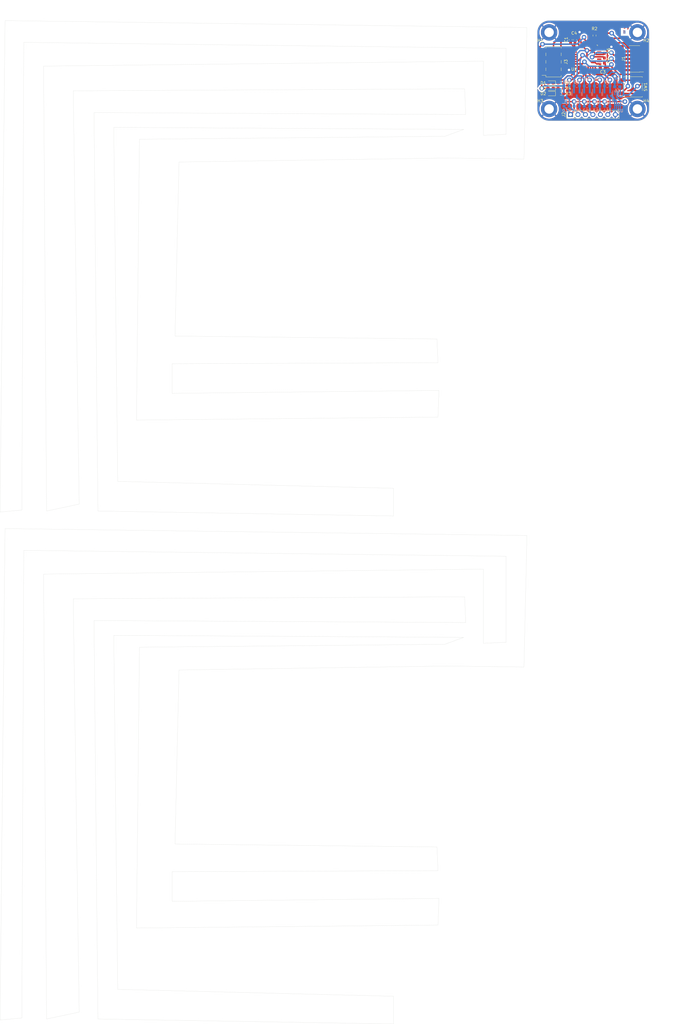
<source format=kicad_pcb>
(kicad_pcb (version 20221018) (generator pcbnew)
  (layers (0 "F.Cu" signal) (31 "B.Cu" signal) (34 "B.Paste" user) (35 "F.Paste" user) (36 "B.SilkS" user "B.Silkscreen") (37 "F.SilkS" user "F.Silkscreen") (38 "B.Mask" user) (39 "F.Mask" user) (44 "Edge.Cuts" user))
  (net 0 "")
  (net 1 "+5V-v2-")
  (net 2 "GND-v2-")
  (net 3 "+3.3V-v2-")
  (net 4 "Net-(D1-K)-v2-")
  (net 6 "Net-(D3-K)-v2-")
  (net 7 "Status_LED-v2-")
  (net 8 "Data_Clock_SNES-v2-")
  (net 9 "Data_Latch_SNES-v2-")
  (net 10 "Net-(D2-K)-v2-")
  (net 11 "Serial_Data1_SNES-v2-")
  (net 12 "Serial_Data2_SNES-v2-")
  (net 13 "SPI_Chip_Select-v2-")
  (net 14 "Chip_Enable-v2-")
  (net 15 "SPI_Digital_Input-v2-")
  (net 16 "SPI_Clock-v2-")
  (net 17 "SPI_Digital_Output-v2-")
  (net 18 "IOBit_SNES-v2-")
  (net 19 "Data_Clock_STM32-v2-")
  (net 20 "Data_Latch_STM32-v2-")
  (net 21 "Appairing_Btn-v2-")
  (net 22 "Net-(U2-BP)-v2-")
  (net 23 "SWDIO-v2-")
  (net 24 "SWDCK-v2-")
  (net 27 "NRST-v2-")
  (net 28 "USART2_RX-v2-")
  (net 29 "USART2_TX-v2-")
  (net 30 "Serial_Data1_STM32-v2-")
  (net 31 "IOBit_STM32-v2-")
  (net 32 "Serial_Data2_STM32-v2-")
  (footprint "MountingHole:MountingHole_3.2mm_M3_DIN965_Pad" (layer "F.Cu") (at 187.75 31.25)
    (fp_text reference "H3")
    (fp_text value "MountingHole_Pad")
  )
  (footprint "Connector_PinHeader_2.54mm:PinHeader_1x07_P2.54mm_Vertical" (layer "F.Cu") (at 195 33.15 90)
    (fp_text reference "J2")
    (fp_text value "Conn_01x07_Socket")
  )
  (footprint "Diode_SMD:D_0603_1608Metric_Pad1.05x0.95mm_HandSolder" (layer "F.Cu") (at 188.26875 26.05 180)
    (fp_text reference "D2")
    (fp_text value "LED_Small")
  )
  (footprint "Connector_PinHeader_1.27mm:PinHeader_2x07_P1.27mm_Vertical_SMD" (layer "F.Cu") (at 216.75 14.25 180)
    (fp_text reference "J1")
    (fp_text value "Conn_02x07_Odd_Even")
  )
  (footprint "Diode_SMD:D_0603_1608Metric_Pad1.05x0.95mm_HandSolder" (layer "F.Cu") (at 188.26875 24.25 180)
    (fp_text reference "D3")
    (fp_text value "LED")
  )
  (footprint "Resistor_SMD:R_0603_1608Metric_Pad0.98x0.95mm_HandSolder" (layer "F.Cu") (at 203.17 6.32 90)
    (fp_text reference "R2")
    (fp_text value "10k")
  )
  (footprint "Capacitor_SMD:C_0603_1608Metric_Pad1.08x0.95mm_HandSolder" (layer "F.Cu") (at 206.0025 17.19)
    (fp_text reference "C3")
    (fp_text value "100n")
  )
  (footprint "Connector_PinSocket_2.54mm:PinSocket_2x04_P2.54mm_Vertical_SMD" (layer "F.Cu") (at 189.25 15.25 180)
    (fp_text reference "J3")
    (fp_text value "Conn_01x08_Socket")
  )
  (footprint "Capacitor_SMD:C_0603_1608Metric_Pad1.08x0.95mm_HandSolder" (layer "F.Cu") (at 195.05 7.75 90)
    (fp_text reference "C1")
    (fp_text value "10u")
  )
  (footprint "Capacitor_SMD:C_0603_1608Metric_Pad1.08x0.95mm_HandSolder" (layer "F.Cu") (at 196.55 7.75 90)
    (fp_text reference "C4")
    (fp_text value "100n")
  )
  (footprint "Package_QFP:LQFP-32_7x7mm_P0.8mm" (layer "F.Cu") (at 200.6 13.15 180)
    (fp_text reference "U1")
    (fp_text value "STM32L412KBTx")
  )
  (footprint "MountingHole:MountingHole_3.2mm_M3_DIN965_Pad" (layer "F.Cu") (at 187.75 5.25)
    (fp_text reference "H1")
    (fp_text value "MountingHole_Pad")
  )
  (footprint "Button_Switch_SMD:SW_SPST_B3S-1000" (layer "F.Cu") (at 216.25 23.75 180)
    (fp_text reference "SW1")
    (fp_text value "SW_SPST")
  )
  (footprint "Diode_SMD:D_0603_1608Metric_Pad1.05x0.95mm_HandSolder" (layer "F.Cu") (at 188.26875 22.45 180)
    (fp_text reference "D1")
    (fp_text value "LED_Small")
  )
  (footprint "Resistor_SMD:R_0603_1608Metric_Pad0.98x0.95mm_HandSolder" (layer "F.Cu") (at 191.76875 22.45)
    (fp_text reference "R1")
    (fp_text value "1k")
  )
  (footprint "Capacitor_SMD:C_0603_1608Metric_Pad1.08x0.95mm_HandSolder" (layer "F.Cu") (at 206.51 14.8025 90)
    (fp_text reference "C2")
    (fp_text value "100n")
  )
  (footprint "MountingHole:MountingHole_3.2mm_M3_DIN965_Pad" (layer "F.Cu") (at 217.75 5.25)
    (fp_text reference "H2")
    (fp_text value "MountingHole_Pad")
  )
  (footprint "Capacitor_SMD:C_0603_1608Metric_Pad1.08x0.95mm_HandSolder" (layer "F.Cu") (at 206.51 11.5 90)
    (fp_text reference "C5")
    (fp_text value "100n")
  )
  (footprint "Resistor_SMD:R_0603_1608Metric_Pad0.98x0.95mm_HandSolder" (layer "F.Cu") (at 191.76875 26.05)
    (fp_text reference "R3")
    (fp_text value "1k")
  )
  (footprint "Resistor_SMD:R_0603_1608Metric_Pad0.98x0.95mm_HandSolder" (layer "F.Cu") (at 191.76875 24.25)
    (fp_text reference "R4")
    (fp_text value "1k")
  )
  (footprint "MountingHole:MountingHole_3.2mm_M3_DIN965_Pad" (layer "F.Cu") (at 217.75 31.25)
    (fp_text reference "H4")
    (fp_text value "MountingHole_Pad")
  )
  (footprint "Resistor_SMD:R_0603_1608Metric_Pad0.98x0.95mm_HandSolder" (layer "B.Cu") (at 200.6 30.35)
    (fp_text reference "R12")
    (fp_text value "10k")
  )
  (footprint "Resistor_SMD:R_0603_1608Metric_Pad0.98x0.95mm_HandSolder" (layer "B.Cu") (at 193.7 30.35)
    (fp_text reference "R10")
    (fp_text value "10k")
  )
  (footprint "Resistor_SMD:R_0603_1608Metric_Pad0.98x0.95mm_HandSolder" (layer "B.Cu") (at 200.6 23.45)
    (fp_text reference "R7")
    (fp_text value "10k")
  )
  (footprint "Resistor_SMD:R_0603_1608Metric_Pad0.98x0.95mm_HandSolder" (layer "B.Cu") (at 207.5 30.35)
    (fp_text reference "R14")
    (fp_text value "10k")
  )
  (footprint "Resistor_SMD:R_0603_1608Metric_Pad0.98x0.95mm_HandSolder" (layer "B.Cu") (at 204.05 30.35)
    (fp_text reference "R13")
    (fp_text value "10k")
  )
  (footprint "Capacitor_SMD:C_0603_1608Metric_Pad1.08x0.95mm_HandSolder" (layer "B.Cu") (at 210.9 22.2 180)
    (fp_text reference "C7")
    (fp_text value "2.2u")
  )
  (footprint "Package_TO_SOT_SMD:SOT-23" (layer "B.Cu") (at 193.7 26.15 -90)
    (fp_text reference "Q1")
    (fp_text value "2N7002")
  )
  (footprint "Resistor_SMD:R_0603_1608Metric_Pad0.98x0.95mm_HandSolder" (layer "B.Cu") (at 197.15 30.35)
    (fp_text reference "R11")
    (fp_text value "10k")
  )
  (footprint "Package_TO_SOT_SMD:SOT-23" (layer "B.Cu") (at 197.15 26.15 -90)
    (fp_text reference "Q2")
    (fp_text value "2N7002")
  )
  (footprint "Resistor_SMD:R_0603_1608Metric_Pad0.98x0.95mm_HandSolder" (layer "B.Cu") (at 207.5 23.45)
    (fp_text reference "R9")
    (fp_text value "10k")
  )
  (footprint "Capacitor_SMD:C_0603_1608Metric_Pad1.08x0.95mm_HandSolder" (layer "B.Cu") (at 210.9 23.7 180)
    (fp_text reference "C6")
    (fp_text value "470p")
  )
  (footprint "Package_TO_SOT_SMD:SOT-23" (layer "B.Cu") (at 200.6 26.15 -90)
    (fp_text reference "Q3")
    (fp_text value "2N7002")
  )
  (footprint "Resistor_SMD:R_0603_1608Metric_Pad0.98x0.95mm_HandSolder" (layer "B.Cu") (at 204.05 23.45)
    (fp_text reference "R8")
    (fp_text value "10k")
  )
  (footprint "Package_TO_SOT_SMD:SOT-23" (layer "B.Cu") (at 207.5 26.15 -90)
    (fp_text reference "Q5")
    (fp_text value "2N7002")
  )
  (footprint "Resistor_SMD:R_0603_1608Metric_Pad0.98x0.95mm_HandSolder" (layer "B.Cu") (at 197.15 23.45)
    (fp_text reference "R6")
    (fp_text value "10k")
  )
  (footprint "Resistor_SMD:R_0603_1608Metric_Pad0.98x0.95mm_HandSolder" (layer "B.Cu") (at 193.7 23.45)
    (fp_text reference "R5")
    (fp_text value "10k")
  )
  (footprint "Package_SO:MSOP-8_3x3mm_P0.65mm" (layer "B.Cu") (at 211.0125 27.9 -90)
    (fp_text reference "U2")
    (fp_text value "MIC5219-3.3YMM")
  )
  (footprint "Package_TO_SOT_SMD:SOT-23" (layer "B.Cu") (at 204.05 26.15 -90)
    (fp_text reference "Q4")
    (fp_text value "2N7002")
  )
  (gr_arc (start 187.75 35.25) (mid 184.921573 34.078427) (end 183.75 31.25) (stroke (width 0.1)) (layer "Edge.Cuts"))
  (gr_line (start 1.249937 340.62989) (end 8.639937 339.94989) (stroke (width 0.05)) (layer "Edge.Cuts"))
  (gr_line (start 134.889937 332.56989) (end 41.209937 330.21989) (stroke (width 0.05)) (layer "Edge.Cuts"))
  (gr_line (start 173.159937 183.14989) (end 173.159937 212.35989) (stroke (width 0.05)) (layer "Edge.Cuts"))
  (gr_line (start 180.219937 176.09989) (end 2.929937 173.74989) (stroke (width 0.05)) (layer "Edge.Cuts"))
  (gr_line (start 134.889937 341.96989) (end 134.889937 332.56989) (stroke (width 0.05)) (layer "Edge.Cuts"))
  (gr_line (start 16.029937 189.19989) (end 17.039937 340.28989) (stroke (width 0.05)) (layer "Edge.Cuts"))
  (gr_line (start 17.039937 167.78989) (end 28.119937 165.43989) (stroke (width 0.05)) (layer "Edge.Cuts"))
  (gr_line (start 47.589937 309.39989) (end 149.999937 308.38989) (stroke (width 0.05)) (layer "Edge.Cuts"))
  (gr_line (start 33.149937 204.97989) (end 34.489937 340.28989) (stroke (width 0.05)) (layer "Edge.Cuts"))
  (gr_line (start 28.119937 337.93989) (end 26.099937 197.58989) (stroke (width 0.05)) (layer "Edge.Cuts"))
  (gr_line (start 179.209937 48.25989) (end 180.219937 3.59989) (stroke (width 0.05)) (layer "Edge.Cuts"))
  (gr_line (start 59.679937 117.75989) (end 149.999937 117.42989) (stroke (width 0.05)) (layer "Edge.Cuts"))
  (gr_line (start 221.75 5.25) (end 221.75 31.25) (stroke (width 0.1)) (layer "Edge.Cuts"))
  (gr_line (start 47.589937 136.89989) (end 149.999937 135.88989) (stroke (width 0.05)) (layer "Edge.Cuts"))
  (gr_line (start 62.029937 221.76989) (end 153.019937 220.41989) (stroke (width 0.05)) (layer "Edge.Cuts"))
  (gr_line (start 159.059937 24.41989) (end 159.399937 33.14989) (stroke (width 0.05)) (layer "Edge.Cuts"))
  (gr_line (start 60.679937 108.35989) (end 62.029937 49.26989) (stroke (width 0.05)) (layer "Edge.Cuts"))
  (gr_line (start 8.639937 167.44989) (end 9.309937 8.63989) (stroke (width 0.05)) (layer "Edge.Cuts"))
  (gr_line (start 159.399937 205.64989) (end 33.149937 204.97989) (stroke (width 0.05)) (layer "Edge.Cuts"))
  (gr_line (start 165.439937 15.01989) (end 16.029937 16.69989) (stroke (width 0.05)) (layer "Edge.Cuts"))
  (gr_arc (start 183.75 5.25) (mid 184.921573 2.421573) (end 187.75 1.25) (stroke (width 0.1)) (layer "Edge.Cuts"))
  (gr_line (start 134.889937 169.46989) (end 134.889937 160.06989) (stroke (width 0.05)) (layer "Edge.Cuts"))
  (gr_line (start 60.679937 280.85989) (end 62.029937 221.76989) (stroke (width 0.05)) (layer "Edge.Cuts"))
  (gr_line (start 59.679937 290.25989) (end 149.999937 289.92989) (stroke (width 0.05)) (layer "Edge.Cuts"))
  (gr_line (start 59.679937 300.32989) (end 59.679937 290.25989) (stroke (width 0.05)) (layer "Edge.Cuts"))
  (gr_line (start 152.349937 40.53989) (end 48.599937 41.53989) (stroke (width 0.05)) (layer "Edge.Cuts"))
  (gr_line (start 183.75 31.25) (end 183.75 5.25) (stroke (width 0.1)) (layer "Edge.Cuts"))
  (gr_line (start 158.729937 210.68989) (end 152.349937 213.03989) (stroke (width 0.05)) (layer "Edge.Cuts"))
  (gr_line (start 28.119937 165.43989) (end 26.099937 25.08989) (stroke (width 0.05)) (layer "Edge.Cuts"))
  (gr_line (start 149.999937 117.42989) (end 149.659937 109.36989) (stroke (width 0.05)) (layer "Edge.Cuts"))
  (gr_line (start 48.599937 41.53989) (end 47.589937 136.89989) (stroke (width 0.05)) (layer "Edge.Cuts"))
  (gr_line (start 62.029937 49.26989) (end 153.019937 47.91989) (stroke (width 0.05)) (layer "Edge.Cuts"))
  (gr_line (start 59.679937 127.82989) (end 59.679937 117.75989) (stroke (width 0.05)) (layer "Edge.Cuts"))
  (gr_line (start 26.099937 197.58989) (end 159.059937 196.91989) (stroke (width 0.05)) (layer "Edge.Cuts"))
  (gr_line (start 16.029937 16.69989) (end 17.039937 167.78989) (stroke (width 0.05)) (layer "Edge.Cuts"))
  (gr_line (start 149.999937 135.88989) (end 150.329937 126.82989) (stroke (width 0.05)) (layer "Edge.Cuts"))
  (gr_line (start 180.219937 3.59989) (end 2.929937 1.24989) (stroke (width 0.05)) (layer "Edge.Cuts"))
  (gr_line (start 187.75 1.25) (end 217.75 1.25) (stroke (width 0.1)) (layer "Edge.Cuts"))
  (gr_line (start 159.059937 196.91989) (end 159.399937 205.64989) (stroke (width 0.05)) (layer "Edge.Cuts"))
  (gr_line (start 17.039937 340.28989) (end 28.119937 337.93989) (stroke (width 0.05)) (layer "Edge.Cuts"))
  (gr_line (start 165.439937 40.19989) (end 165.439937 15.01989) (stroke (width 0.05)) (layer "Edge.Cuts"))
  (gr_line (start 33.149937 32.47989) (end 34.489937 167.78989) (stroke (width 0.05)) (layer "Edge.Cuts"))
  (gr_line (start 150.329937 126.82989) (end 59.679937 127.82989) (stroke (width 0.05)) (layer "Edge.Cuts"))
  (gr_line (start 153.019937 47.91989) (end 179.209937 48.25989) (stroke (width 0.05)) (layer "Edge.Cuts"))
  (gr_line (start 153.019937 220.41989) (end 179.209937 220.75989) (stroke (width 0.05)) (layer "Edge.Cuts"))
  (gr_line (start 158.729937 38.18989) (end 152.349937 40.53989) (stroke (width 0.05)) (layer "Edge.Cuts"))
  (gr_line (start 150.329937 299.32989) (end 59.679937 300.32989) (stroke (width 0.05)) (layer "Edge.Cuts"))
  (gr_line (start 159.399937 33.14989) (end 33.149937 32.47989) (stroke (width 0.05)) (layer "Edge.Cuts"))
  (gr_line (start 173.159937 212.35989) (end 165.439937 212.69989) (stroke (width 0.05)) (layer "Edge.Cuts"))
  (gr_line (start 8.639937 339.94989) (end 9.309937 181.13989) (stroke (width 0.05)) (layer "Edge.Cuts"))
  (gr_line (start 9.309937 8.63989) (end 173.159937 10.64989) (stroke (width 0.05)) (layer "Edge.Cuts"))
  (gr_line (start 41.209937 330.21989) (end 39.869937 210.00989) (stroke (width 0.05)) (layer "Edge.Cuts"))
  (gr_line (start 39.869937 37.50989) (end 158.729937 38.18989) (stroke (width 0.05)) (layer "Edge.Cuts"))
  (gr_line (start 149.999937 289.92989) (end 149.659937 281.86989) (stroke (width 0.05)) (layer "Edge.Cuts"))
  (gr_line (start 149.659937 281.86989) (end 60.679937 280.85989) (stroke (width 0.05)) (layer "Edge.Cuts"))
  (gr_line (start 34.489937 167.78989) (end 134.889937 169.46989) (stroke (width 0.05)) (layer "Edge.Cuts"))
  (gr_line (start 173.159937 10.64989) (end 173.159937 39.85989) (stroke (width 0.05)) (layer "Edge.Cuts"))
  (gr_line (start 134.889937 160.06989) (end 41.209937 157.71989) (stroke (width 0.05)) (layer "Edge.Cuts"))
  (gr_line (start 1.249937 168.12989) (end 8.639937 167.44989) (stroke (width 0.05)) (layer "Edge.Cuts"))
  (gr_line (start 41.209937 157.71989) (end 39.869937 37.50989) (stroke (width 0.05)) (layer "Edge.Cuts"))
  (gr_line (start 217.75 35.25) (end 187.75 35.25) (stroke (width 0.1)) (layer "Edge.Cuts"))
  (gr_arc (start 217.75 1.25) (mid 220.578427 2.421573) (end 221.75 5.25) (stroke (width 0.1)) (layer "Edge.Cuts"))
  (gr_line (start 26.099937 25.08989) (end 159.059937 24.41989) (stroke (width 0.05)) (layer "Edge.Cuts"))
  (gr_line (start 34.489937 340.28989) (end 134.889937 341.96989) (stroke (width 0.05)) (layer "Edge.Cuts"))
  (gr_line (start 39.869937 210.00989) (end 158.729937 210.68989) (stroke (width 0.05)) (layer "Edge.Cuts"))
  (gr_line (start 173.159937 39.85989) (end 165.439937 40.19989) (stroke (width 0.05)) (layer "Edge.Cuts"))
  (gr_line (start 165.439937 187.51989) (end 16.029937 189.19989) (stroke (width 0.05)) (layer "Edge.Cuts"))
  (gr_line (start 149.659937 109.36989) (end 60.679937 108.35989) (stroke (width 0.05)) (layer "Edge.Cuts"))
  (gr_line (start 149.999937 308.38989) (end 150.329937 299.32989) (stroke (width 0.05)) (layer "Edge.Cuts"))
  (gr_arc (start 221.75 31.25) (mid 220.578427 34.078427) (end 217.75 35.25) (stroke (width 0.1)) (layer "Edge.Cuts"))
  (gr_line (start 9.309937 181.13989) (end 173.159937 183.14989) (stroke (width 0.05)) (layer "Edge.Cuts"))
  (gr_line (start 2.929937 1.24989) (end 1.249937 168.12989) (stroke (width 0.05)) (layer "Edge.Cuts"))
  (gr_line (start 2.929937 173.74989) (end 1.249937 340.62989) (stroke (width 0.05)) (layer "Edge.Cuts"))
  (gr_line (start 48.599937 214.03989) (end 47.589937 309.39989) (stroke (width 0.05)) (layer "Edge.Cuts"))
  (gr_line (start 165.439937 212.69989) (end 165.439937 187.51989) (stroke (width 0.05)) (layer "Edge.Cuts"))
  (gr_line (start 179.209937 220.75989) (end 180.219937 176.09989) (stroke (width 0.05)) (layer "Edge.Cuts"))
  (gr_line (start 152.349937 213.03989) (end 48.599937 214.03989) (stroke (width 0.05)) (layer "Edge.Cuts"))
  (gr_text "SNES Plug" (at 205.75 3.75) (layer "F.Cu") (effects (font (size 1 1)) (justify left bottom)))
  (gr_text "T" (at 212.75 5.75) (layer "F.Cu") (effects (font (size 1 1)) (justify left bottom)))
  (gr_text "B" (at 212.75 5.75) (layer "B.Cu") (effects (font (size 1 1)) (justify left bottom)))
  (segment (start 191.5 28.75) (end 196.2375 28.75) (width 0.5) (layer "F.Cu") (net 1))
  (segment (start 206.5875 28.75) (end 213.5 28.75) (width 0.5) (layer "F.Cu") (net 1))
  (segment (start 196.2375 31.9125) (end 195 33.15) (width 0.5) (layer "F.Cu") (net 1))
  (segment (start 203.1375 28.75) (end 206.5875 28.75) (width 0.5) (layer "F.Cu") (net 1))
  (segment (start 188.809189 27.5) (end 190.25 27.5) (width 0.5) (layer "F.Cu") (net 1))
  (segment (start 190.25 27.5) (end 191.5 28.75) (width 0.5) (layer "F.Cu") (net 1))
  (segment (start 196.2375 28.75) (end 196.2375 31.9125) (width 0.5) (layer "F.Cu") (net 1))
  (segment (start 203.1375 28.75) (end 199.6875 28.75) (width 0.5) (layer "F.Cu") (net 1))
  (segment (start 187.39375 26.084561) (end 188.809189 27.5) (width 0.5) (layer "F.Cu") (net 1))
  (segment (start 196.2375 28.75) (end 199.6875 28.75) (width 0.3) (layer "F.Cu") (net 1))
  (segment (start 187.39375 26.05) (end 187.39375 26.084561) (width 0.5) (layer "F.Cu") (net 1))
  (via (at 213.5 28.75) (size 1.6) (drill 0.8) (layers "F.Cu" "B.Cu") (net 1))
  (via (at 196.2375 28.75) (size 1.6) (drill 0.8) (layers "F.Cu" "B.Cu") (net 1))
  (via (at 199.6875 28.75) (size 1.6) (drill 0.8) (layers "F.Cu" "B.Cu") (net 1))
  (via (at 203.1375 28.75) (size 1.6) (drill 0.8) (layers "F.Cu" "B.Cu") (net 1))
  (via (at 206.5875 28.75) (size 1.6) (drill 0.8) (layers "F.Cu" "B.Cu") (net 1))
  (segment (start 199.6875 28.75) (end 199.6875 30.35) (width 0.5) (layer "B.Cu") (net 1))
  (segment (start 213.5 28.75) (end 213.4 28.65) (width 0.5) (layer "B.Cu") (net 1))
  (segment (start 213.4 28.65) (end 212.106739 28.65) (width 0.5) (layer "B.Cu") (net 1))
  (segment (start 195 33.15) (end 195 32.5625) (width 0.5) (layer "B.Cu") (net 1))
  (segment (start 196.2375 30.35) (end 196.2375 28.75) (width 0.5) (layer "B.Cu") (net 1))
  (segment (start 195 32.5625) (end 192.7875 30.35) (width 0.5) (layer "B.Cu") (net 1))
  (segment (start 206.5875 28.75) (end 206.5875 30.35) (width 0.5) (layer "B.Cu") (net 1))
  (segment (start 212.106739 28.65) (end 210.6875 27.230761) (width 0.5) (layer "B.Cu") (net 1))
  (segment (start 210.6875 25.7875) (end 210.6875 27.230761) (width 0.3) (layer "B.Cu") (net 1))
  (segment (start 203.1375 28.75) (end 203.1375 30.35) (width 0.5) (layer "B.Cu") (net 1))
  (segment (start 206.51 15.665) (end 206.51 15.591193) (width 0.5) (layer "F.Cu") (net 2))
  (segment (start 204.29 18.215) (end 205.84 18.215) (width 0.5) (layer "F.Cu") (net 2))
  (segment (start 197.8 5.45) (end 197.8 8.975) (width 0.5) (layer "F.Cu") (net 2))
  (segment (start 195.05 6.8875) (end 196.55 6.8875) (width 0.5) (layer "F.Cu") (net 2))
  (segment (start 196.55 6.7) (end 198.1 5.15) (width 0.5) (layer "F.Cu") (net 2))
  (segment (start 194.5 18) (end 193.44 19.06) (width 0.5) (layer "F.Cu") (net 2))
  (segment (start 207.535 14.566193) (end 207.535 11.6625) (width 0.5) (layer "F.Cu") (net 2))
  (segment (start 206.865 17.19) (end 206.865 16.02) (width 0.5) (layer "F.Cu") (net 2))
  (segment (start 208.899189 10.15) (end 208.411689 10.6375) (width 0.5) (layer "F.Cu") (net 2))
  (segment (start 207.535 11.6625) (end 206.51 10.6375) (width 0.5) (layer "F.Cu") (net 2))
  (segment (start 196.55 6.8875) (end 196.55 6.7) (width 0.5) (layer "F.Cu") (net 2))
  (segment (start 193.44 19.06) (end 191.77 19.06) (width 0.5) (layer "F.Cu") (net 2))
  (segment (start 205.84 18.215) (end 206.865 17.19) (width 0.5) (layer "F.Cu") (net 2))
  (segment (start 206.865 16.02) (end 206.51 15.665) (width 0.5) (layer "F.Cu") (net 2))
  (segment (start 206.51 15.591193) (end 207.535 14.566193) (width 0.5) (layer "F.Cu") (net 2))
  (segment (start 198.1 5.15) (end 197.8 5.45) (width 0.5) (layer "F.Cu") (net 2))
  (segment (start 203.4 17.325) (end 204.29 18.215) (width 0.5) (layer "F.Cu") (net 2))
  (segment (start 208.411689 10.6375) (end 206.51 10.6375) (width 0.5) (layer "F.Cu") (net 2))
  (via (at 198.1 5.15) (size 1.6) (drill 0.8) (layers "F.Cu" "B.Cu") (net 2))
  (via (at 194.5 18) (size 1.6) (drill 0.8) (layers "F.Cu" "B.Cu") (net 2))
  (via (at 208.899189 10.15) (size 1.6) (drill 0.8) (layers "F.Cu" "B.Cu") (net 2))
  (via (at 210.0375 20.15) (size 1.6) (drill 0.8) (layers "F.Cu" "B.Cu") (net 2))
  (segment (start 210.0375 22.2) (end 210.0375 20.15) (width 0.5) (layer "B.Cu") (net 2))
  (segment (start 206.15 10.15) (end 201.15 5.15) (width 0.5) (layer "B.Cu") (net 2))
  (segment (start 208.899189 10.15) (end 206.15 10.15) (width 0.5) (layer "B.Cu") (net 2))
  (segment (start 210.0375 22.2) (end 210.0375 23.7) (width 0.5) (layer "B.Cu") (net 2))
  (segment (start 210.0375 20.1875) (end 210 20.15) (width 0.5) (layer "B.Cu") (net 2))
  (segment (start 201.15 5.15) (end 198.1 5.15) (width 0.5) (layer "B.Cu") (net 2))
  (segment (start 217.75 23.5) (end 218.225 23.5) (width 0.5) (layer "F.Cu") (net 3))
  (segment (start 185.25 20.54) (end 186.73 19.06) (width 0.5) (layer "F.Cu") (net 3))
  (segment (start 220.4 16.79) (end 220.75 17.14) (width 0.5) (layer "F.Cu") (net 3))
  (segment (start 206.51 12.3625) (end 206.1225 12.75) (width 0.5) (layer "F.Cu") (net 3))
  (segment (start 203.870406 15.95) (end 203.420406 15.5) (width 0.5) (layer "F.Cu") (net 3))
  (segment (start 205.14 16.315) (end 204.775 15.95) (width 0.5) (layer "F.Cu") (net 3))
  (segment (start 212.275 21.5) (end 220.225 21.5) (width 0.5) (layer "F.Cu") (net 3))
  (segment (start 195.05 8.975) (end 196.425 10.35) (width 0.5) (layer "F.Cu") (net 3))
  (segment (start 220.75 20.975) (end 220.75 17.14) (width 0.5) (layer "F.Cu") (net 3))
  (segment (start 204.775 12.75) (end 203.75 12.75) (width 0.5) (layer "F.Cu") (net 3))
  (segment (start 203.420406 15.5) (end 202.290811 15.5) (width 0.5) (layer "F.Cu") (net 3))
  (segment (start 200.6 11.4) (end 199.55 10.35) (width 0.5) (layer "F.Cu") (net 3))
  (segment (start 196.425 10.35) (end 196.425 8.7375) (width 0.5) (layer "F.Cu") (net 3))
  (segment (start 202.4 11.4) (end 200.6 11.4) (width 0.5) (layer "F.Cu") (net 3))
  (segment (start 206.1225 12.75) (end 204.775 12.75) (width 0.5) (layer "F.Cu") (net 3))
  (segment (start 202.290811 15.5) (end 200.6 13.809189) (width 0.5) (layer "F.Cu") (net 3))
  (segment (start 204.775 15.95) (end 203.870406 15.95) (width 0.5) (layer "F.Cu") (net 3))
  (segment (start 185.25 24.25) (end 185.25 20.54) (width 0.5) (layer "F.Cu") (net 3))
  (segment (start 218.7 16.79) (end 220.4 16.79) (width 0.5) (layer "F.Cu") (net 3))
  (segment (start 199.55 10.35) (end 196.425 10.35) (width 0.5) (layer "F.Cu") (net 3))
  (segment (start 196.425 8.7375) (end 196.55 8.6125) (width 0.5) (layer "F.Cu") (net 3))
  (segment (start 195.05 8.6125) (end 195.05 8.975) (width 0.5) (layer "F.Cu") (net 3))
  (segment (start 200.6 13.809189) (end 200.6 11.4) (width 0.5) (layer "F.Cu") (net 3))
  (segment (start 203.75 12.75) (end 202.4 11.4) (width 0.5) (layer "F.Cu") (net 3))
  (segment (start 220.225 21.5) (end 220.75 20.975) (width 0.5) (layer "F.Cu") (net 3))
  (segment (start 187.39375 24.25) (end 185.25 24.25) (width 0.5) (layer "F.Cu") (net 3))
  (segment (start 218.225 23.5) (end 220.225 21.5) (width 0.5) (layer "F.Cu") (net 3))
  (segment (start 205.14 17.19) (end 205.14 16.315) (width 0.5) (layer "F.Cu") (net 3))
  (via (at 185.25 24.25) (size 1.6) (drill 0.8) (layers "F.Cu" "B.Cu") (net 3))
  (via (at 200.6 11.4) (size 1.6) (drill 0.8) (layers "F.Cu" "B.Cu") (net 3))
  (via (at 217.75 23.5) (size 1.6) (drill 0.8) (layers "F.Cu" "B.Cu") (net 3))
  (segment (start 206.5875 23.45) (end 206.5875 21.115811) (width 0.5) (layer "B.Cu") (net 3))
  (segment (start 199.6875 21.115811) (end 198.621689 20.05) (width 0.5) (layer "B.Cu") (net 3))
  (segment (start 197.303311 12.446689) (end 197.303311 20.05) (width 0.5) (layer "B.Cu") (net 3))
  (segment (start 212.356739 27.15) (end 211.759683 27.15) (width 0.5) (layer "B.Cu") (net 3))
  (segment (start 211.7625 22.2) (end 211.7625 19.965811) (width 0.5) (layer "B.Cu") (net 3))
  (segment (start 185.25 24.25) (end 186.05 23.45) (width 0.5) (layer "B.Cu") (net 3))
  (segment (start 206.55 25.2125) (end 206.55 23.4875) (width 0.5) (layer "B.Cu") (net 3))
  (segment (start 197.303311 20.05) (end 196.2375 21.115811) (width 0.5) (layer "B.Cu") (net 3))
  (segment (start 199.6875 21.115811) (end 200.753311 20.05) (width 0.5) (layer "B.Cu") (net 3))
  (segment (start 200.6 11.4) (end 198.35 11.4) (width 0.5) (layer "B.Cu") (net 3))
  (segment (start 211.7625 19.965811) (end 210.596689 18.8) (width 0.5) (layer "B.Cu") (net 3))
  (segment (start 208.903311 18.8) (end 206.5875 21.115811) (width 0.5) (layer "B.Cu") (net 3))
  (segment (start 192.75 23.4875) (end 192.7875 23.45) (width 0.5) (layer "B.Cu") (net 3))
  (segment (start 198.35 11.4) (end 197.303311 12.446689) (width 0.5) (layer "B.Cu") (net 3))
  (segment (start 194.053311 20.05) (end 195.171689 20.05) (width 0.5) (layer "B.Cu") (net 3))
  (segment (start 199.6875 23.45) (end 199.6875 21.115811) (width 0.5) (layer "B.Cu") (net 3))
  (segment (start 196.2375 21.115811) (end 196.2375 23.45) (width 0.5) (layer "B.Cu") (net 3))
  (segment (start 195.171689 20.05) (end 196.2375 21.115811) (width 0.5) (layer "B.Cu") (net 3))
  (segment (start 198.621689 20.05) (end 197.303311 20.05) (width 0.5) (layer "B.Cu") (net 3))
  (segment (start 214.743261 26.506739) (end 217.75 23.5) (width 0.5) (layer "B.Cu") (net 3))
  (segment (start 192.7875 21.315811) (end 194.053311 20.05) (width 0.5) (layer "B.Cu") (net 3))
  (segment (start 211.3375 25.7875) (end 211.3375 26.727817) (width 0.3) (layer "B.Cu") (net 3))
  (segment (start 186.05 23.45) (end 192.7875 23.45) (width 0.5) (layer "B.Cu") (net 3))
  (segment (start 206.5875 21.115811) (end 205.521689 20.05) (width 0.5) (layer "B.Cu") (net 3))
  (segment (start 205.521689 20.05) (end 204.203311 20.05) (width 0.5) (layer "B.Cu") (net 3))
  (segment (start 202.071689 20.05) (end 203.1375 21.115811) (width 0.5) (layer "B.Cu") (net 3))
  (segment (start 204.203311 20.05) (end 203.1375 21.115811) (width 0.5) (layer "B.Cu") (net 3))
  (segment (start 200.753311 20.05) (end 202.071689 20.05) (width 0.5) (layer "B.Cu") (net 3))
  (segment (start 212.45 22.2) (end 211.7625 22.2) (width 0.5) (layer "B.Cu") (net 3))
  (segment (start 213 22.75) (end 212.45 22.2) (width 0.5) (layer "B.Cu") (net 3))
  (segment (start 213 26.506739) (end 213 22.75) (width 0.5) (layer "B.Cu") (net 3))
  (segment (start 213 26.506739) (end 212.356739 27.15) (width 0.5) (layer "B.Cu") (net 3))
  (segment (start 192.7875 23.45) (end 192.7875 21.315811) (width 0.5) (layer "B.Cu") (net 3))
  (segment (start 211.3375 26.727817) (end 211.759683 27.15) (width 0.3) (layer "B.Cu") (net 3))
  (segment (start 203.1 23.4875) (end 203.1375 23.45) (width 0.5) (layer "B.Cu") (net 3))
  (segment (start 199.65 23.4875) (end 199.6875 23.45) (width 0.5) (layer "B.Cu") (net 3))
  (segment (start 192.75 25.2125) (end 192.75 23.4875) (width 0.5) (layer "B.Cu") (net 3))
  (segment (start 203.1 25.2125) (end 203.1 23.4875) (width 0.5) (layer "B.Cu") (net 3))
  (segment (start 203.1375 21.115811) (end 203.1375 23.45) (width 0.5) (layer "B.Cu") (net 3))
  (segment (start 206.55 23.4875) (end 206.5875 23.45) (width 0.5) (layer "B.Cu") (net 3))
  (segment (start 196.2 25.2125) (end 196.2 23.4875) (width 0.5) (layer "B.Cu") (net 3))
  (segment (start 199.65 25.2125) (end 199.65 23.4875) (width 0.5) (layer "B.Cu") (net 3))
  (segment (start 210.596689 18.8) (end 208.903311 18.8) (width 0.5) (layer "B.Cu") (net 3))
  (segment (start 214.743261 26.506739) (end 213 26.506739) (width 0.5) (layer "B.Cu") (net 3))
  (segment (start 196.2 23.4875) (end 196.2375 23.45) (width 0.5) (layer "B.Cu") (net 3))
  (segment (start 190.85625 22.45) (end 189.14375 22.45) (width 0.5) (layer "F.Cu") (net 4))
  (segment (start 190.85625 24.25) (end 189.14375 24.25) (width 0.5) (layer "F.Cu") (net 6))
  (segment (start 188.41875 21.425) (end 192.575 21.425) (width 0.5) (layer "F.Cu") (net 7))
  (segment (start 192.575 21.425) (end 194 20) (width 0.5) (layer "F.Cu") (net 7))
  (segment (start 187.39375 22.45) (end 188.41875 21.425) (width 0.5) (layer "F.Cu") (net 7))
  (segment (start 194 20) (end 195.125 20) (width 0.5) (layer "F.Cu") (net 7))
  (segment (start 195.125 20) (end 197.8 17.325) (width 0.5) (layer "F.Cu") (net 7))
  (segment (start 197.54 33.15) (end 197.54 32.54) (width 0.5) (layer "B.Cu") (net 8))
  (segment (start 194.6125 30.35) (end 194.6125 28) (width 0.5) (layer "B.Cu") (net 8))
  (segment (start 196.0125 31.75) (end 194.6125 30.35) (width 0.5) (layer "B.Cu") (net 8))
  (segment (start 194.6125 28) (end 193.7 27.0875) (width 0.5) (layer "B.Cu") (net 8))
  (segment (start 196.75 31.75) (end 196.0125 31.75) (width 0.5) (layer "B.Cu") (net 8))
  (segment (start 197.54 32.54) (end 196.75 31.75) (width 0.5) (layer "B.Cu") (net 8))
  (segment (start 198.0625 30.35) (end 198.0625 28) (width 0.5) (layer "B.Cu") (net 9))
  (segment (start 198.0625 28) (end 197.15 27.0875) (width 0.5) (layer "B.Cu") (net 9))
  (segment (start 198.0625 30.35) (end 198.0625 31.2125) (width 0.5) (layer "B.Cu") (net 9))
  (segment (start 198.0625 31.2125) (end 200 33.15) (width 0.5) (layer "B.Cu") (net 9))
  (segment (start 189.14375 26.05) (end 190.85625 26.05) (width 0.5) (layer "F.Cu") (net 10))
  (segment (start 201.5125 32.1625) (end 202.5 33.15) (width 0.5) (layer "B.Cu") (net 11))
  (segment (start 201.5125 30.35) (end 201.5125 32.1625) (width 0.5) (layer "B.Cu") (net 11))
  (segment (start 201.5125 28) (end 200.6 27.0875) (width 0.5) (layer "B.Cu") (net 11))
  (segment (start 201.5125 30.35) (end 201.5125 28) (width 0.5) (layer "B.Cu") (net 11))
  (segment (start 204.9625 33.1125) (end 205 33.15) (width 0.5) (layer "B.Cu") (net 12))
  (segment (start 204.9625 30.35) (end 204.9625 33.1125) (width 0.5) (layer "B.Cu") (net 12))
  (segment (start 204.9625 28) (end 204.05 27.0875) (width 0.5) (layer "B.Cu") (net 12))
  (segment (start 204.9625 30.35) (end 204.9625 28) (width 0.5) (layer "B.Cu") (net 12))
  (segment (start 196.425 11.15) (end 194.85 11.15) (width 0.5) (layer "F.Cu") (net 13))
  (segment (start 188 15.25) (end 186.73 16.52) (width 0.5) (layer "F.Cu") (net 13))
  (segment (start 194 12) (end 194 14.75) (width 0.5) (layer "F.Cu") (net 13))
  (segment (start 193.5 15.25) (end 188 15.25) (width 0.5) (layer "F.Cu") (net 13))
  (segment (start 194.85 11.15) (end 194 12) (width 0.5) (layer "F.Cu") (net 13))
  (segment (start 194 14.75) (end 193.5 15.25) (width 0.5) (layer "F.Cu") (net 13))
  (segment (start 191.77 16.52) (end 194.23 16.52) (width 0.5) (layer "F.Cu") (net 14))
  (segment (start 195.520406 11.95) (end 196.425 11.95) (width 0.5) (layer "F.Cu") (net 14))
  (segment (start 195.125 15.625) (end 195.125 12.345406) (width 0.5) (layer "F.Cu") (net 14))
  (segment (start 195.125 12.345406) (end 195.520406 11.95) (width 0.5) (layer "F.Cu") (net 14))
  (segment (start 194.23 16.52) (end 195.125 15.625) (width 0.5) (layer "F.Cu") (net 14))
  (segment (start 191.77 11.44) (end 191.77 8.516307) (width 0.5) (layer "F.Cu") (net 15))
  (segment (start 198.8 3.8) (end 201 6) (width 0.5) (layer "F.Cu") (net 15))
  (segment (start 196.486307 3.8) (end 198.8 3.8) (width 0.5) (layer "F.Cu") (net 15))
  (segment (start 201 6) (end 201 8.975) (width 0.5) (layer "F.Cu") (net 15))
  (segment (start 191.77 8.516307) (end 196.486307 3.8) (width 0.5) (layer "F.Cu") (net 15))
  (segment (start 201.8 4.55) (end 201.8 8.975) (width 0.5) (layer "F.Cu") (net 16))
  (segment (start 189.25 12.46) (end 189.25 9) (width 0.5) (layer "F.Cu") (net 16))
  (segment (start 191.77 13.98) (end 190.77 13.98) (width 0.5) (layer "F.Cu") (net 16))
  (segment (start 189.25 9) (end 195.75 2.5) (width 0.5) (layer "F.Cu") (net 16))
  (segment (start 195.75 2.5) (end 199.75 2.5) (width 0.5) (layer "F.Cu") (net 16))
  (segment (start 190.77 13.98) (end 189.25 12.46) (width 0.5) (layer "F.Cu") (net 16))
  (segment (start 199.75 2.5) (end 201.8 4.55) (width 0.5) (layer "F.Cu") (net 16))
  (segment (start 200.2 8.070406) (end 200.2 8.975) (width 0.5) (layer "F.Cu") (net 17))
  (segment (start 184.68 10.07) (end 185.5 9.25) (width 0.5) (layer "F.Cu") (net 17))
  (segment (start 199.6 6.9) (end 199.6 7.470406) (width 0.5) (layer "F.Cu") (net 17))
  (segment (start 186.73 13.98) (end 185.73 13.98) (width 0.5) (layer "F.Cu") (net 17))
  (segment (start 199.6 7.470406) (end 200.2 8.070406) (width 0.5) (layer "F.Cu") (net 17))
  (segment (start 184.68 12.93) (end 184.68 10.07) (width 0.5) (layer "F.Cu") (net 17))
  (segment (start 185.73 13.98) (end 184.68 12.93) (width 0.5) (layer "F.Cu") (net 17))
  (via (at 199.6 6.9) (size 1.6) (drill 0.8) (layers "F.Cu" "B.Cu") (net 17))
  (via (at 185.5 9.25) (size 1.6) (drill 0.8) (layers "F.Cu" "B.Cu") (net 17))
  (segment (start 185.5 9.25) (end 197.25 9.25) (width 0.5) (layer "B.Cu") (net 17))
  (segment (start 197.25 9.25) (end 199.6 6.9) (width 0.5) (layer "B.Cu") (net 17))
  (segment (start 208.4125 30.35) (end 208.4125 28) (width 0.5) (layer "B.Cu") (net 18))
  (segment (start 208.4125 30.35) (end 208.4125 32.2375) (width 0.5) (layer "B.Cu") (net 18))
  (segment (start 208.4125 32.2375) (end 207.5 33.15) (width 0.5) (layer "B.Cu") (net 18))
  (segment (start 208.4125 28) (end 207.5 27.0875) (width 0.5) (layer "B.Cu") (net 18))
  (segment (start 195.429594 21.4) (end 198.6 18.229594) (width 0.5) (layer "F.Cu") (net 19))
  (segment (start 194.6125 21.4) (end 195.429594 21.4) (width 0.5) (layer "F.Cu") (net 19))
  (segment (start 198.6 18.229594) (end 198.6 17.325) (width 0.5) (layer "F.Cu") (net 19))
  (via (at 194.6125 21.4) (size 1.6) (drill 0.8) (layers "F.Cu" "B.Cu") (net 19))
  (segment (start 194.6125 23.45) (end 194.6125 21.4) (width 0.5) (layer "B.Cu") (net 19))
  (segment (start 194.65 25.2125) (end 194.65 23.4875) (width 0.5) (layer "B.Cu") (net 19))
  (segment (start 194.65 23.4875) (end 194.6125 23.45) (width 0.5) (layer "B.Cu") (net 19))
  (segment (start 199.4 20.0625) (end 199.4 17.325) (width 0.5) (layer "F.Cu") (net 20))
  (segment (start 198.0625 21.4) (end 199.4 20.0625) (width 0.5) (layer "F.Cu") (net 20))
  (via (at 198.0625 21.4) (size 1.6) (drill 0.8) (layers "F.Cu" "B.Cu") (net 20))
  (segment (start 198.0625 23.45) (end 198.0625 21.4) (width 0.5) (layer "B.Cu") (net 20))
  (segment (start 198.1 23.4875) (end 198.0625 23.45) (width 0.5) (layer "B.Cu") (net 20))
  (segment (start 198.1 25.2125) (end 198.1 23.4875) (width 0.5) (layer "B.Cu") (net 20))
  (segment (start 214.5 23.75) (end 212.275 25.975) (width 0.5) (layer "F.Cu") (net 21))
  (segment (start 202.6 7.8025) (end 203.17 7.2325) (width 0.5) (layer "F.Cu") (net 21))
  (segment (start 220.225 26) (end 212.275 26) (width 0.5) (layer "F.Cu") (net 21))
  (segment (start 214.5 23.5) (end 214.5 23.75) (width 0.5) (layer "F.Cu") (net 21))
  (segment (start 204.9025 5.5) (end 203.17 7.2325) (width 0.5) (layer "F.Cu") (net 21))
  (segment (start 209 5.5) (end 204.9025 5.5) (width 0.5) (layer "F.Cu") (net 21))
  (segment (start 212.275 25.975) (end 212.275 26) (width 0.5) (layer "F.Cu") (net 21))
  (segment (start 202.6 8.975) (end 202.6 7.8025) (width 0.5) (layer "F.Cu") (net 21))
  (via (at 209 5.5) (size 1.6) (drill 0.8) (layers "F.Cu" "B.Cu") (net 21))
  (via (at 214.5 23.5) (size 1.6) (drill 0.8) (layers "F.Cu" "B.Cu") (net 21))
  (segment (start 214.5 23.5) (end 214.5 11) (width 0.5) (layer "B.Cu") (net 21))
  (segment (start 214.5 11) (end 209 5.5) (width 0.5) (layer "B.Cu") (net 21))
  (segment (start 211.9875 25.7875) (end 211.9875 23.925) (width 0.3) (layer "B.Cu") (net 22))
  (segment (start 211.9875 23.925) (end 211.7625 23.7) (width 0.3) (layer "B.Cu") (net 22))
  (segment (start 197.329594 15.15) (end 199.1 13.379594) (width 0.5) (layer "F.Cu") (net 23))
  (segment (start 196.425 15.15) (end 197.329594 15.15) (width 0.5) (layer "F.Cu") (net 23))
  (segment (start 199.1 13.379594) (end 199.1 13) (width 0.5) (layer "F.Cu") (net 23))
  (segment (start 214.8 18.06) (end 212.809189 18.06) (width 0.5) (layer "F.Cu") (net 23))
  (segment (start 212.809189 18.06) (end 208.899189 14.15) (width 0.5) (layer "F.Cu") (net 23))
  (via (at 199.1 13) (size 1.6) (drill 0.8) (layers "F.Cu" "B.Cu") (net 23))
  (via (at 208.899189 14.15) (size 1.6) (drill 0.8) (layers "F.Cu" "B.Cu") (net 23))
  (segment (start 201.75 15) (end 208.049189 15) (width 0.5) (layer "B.Cu") (net 23))
  (segment (start 199.75 13) (end 201.75 15) (width 0.5) (layer "B.Cu") (net 23))
  (segment (start 208.049189 15) (end 208.899189 14.15) (width 0.5) (layer "B.Cu") (net 23))
  (segment (start 199.1 13) (end 199.75 13) (width 0.5) (layer "B.Cu") (net 23))
  (segment (start 211.5 19.5) (end 208.899189 16.899189) (width 0.5) (layer "F.Cu") (net 24))
  (segment (start 199.05 15.95) (end 196.425 15.95) (width 0.5) (layer "F.Cu") (net 24))
  (segment (start 218.7 18.06) (end 217.87 18.06) (width 0.5) (layer "F.Cu") (net 24))
  (segment (start 216.43 19.5) (end 211.5 19.5) (width 0.5) (layer "F.Cu") (net 24))
  (segment (start 208.899189 16.899189) (end 208.899189 16.15) (width 0.5) (layer "F.Cu") (net 24))
  (segment (start 199.75 15.25) (end 199.05 15.95) (width 0.5) (layer "F.Cu") (net 24))
  (segment (start 217.87 18.06) (end 216.43 19.5) (width 0.5) (layer "F.Cu") (net 24))
  (via (at 199.75 15.25) (size 1.6) (drill 0.8) (layers "F.Cu" "B.Cu") (net 24))
  (via (at 208.899189 16.15) (size 1.6) (drill 0.8) (layers "F.Cu" "B.Cu") (net 24))
  (segment (start 208.299189 16.75) (end 208.899189 16.15) (width 0.5) (layer "B.Cu") (net 24))
  (segment (start 201.25 16.75) (end 208.299189 16.75) (width 0.5) (layer "B.Cu") (net 24))
  (segment (start 199.75 15.25) (end 201.25 16.75) (width 0.5) (layer "B.Cu") (net 24))
  (segment (start 209.729189 12.98) (end 208.899189 12.15) (width 0.5) (layer "F.Cu") (net 27))
  (segment (start 204.775 13.55) (end 202.45 13.55) (width 0.5) (layer "F.Cu") (net 27))
  (segment (start 202.45 13.55) (end 202.35 13.65) (width 0.5) (layer "F.Cu") (net 27))
  (segment (start 206.51 13.94) (end 206.12 13.55) (width 0.5) (layer "F.Cu") (net 27))
  (segment (start 206.12 13.55) (end 204.775 13.55) (width 0.5) (layer "F.Cu") (net 27))
  (segment (start 214.8 12.98) (end 209.729189 12.98) (width 0.5) (layer "F.Cu") (net 27))
  (via (at 202.35 13.65) (size 1.6) (drill 0.8) (layers "F.Cu" "B.Cu") (net 27))
  (via (at 208.899189 12.15) (size 1.6) (drill 0.8) (layers "F.Cu" "B.Cu") (net 27))
  (segment (start 208.899189 12.15) (end 203.85 12.15) (width 0.5) (layer "B.Cu") (net 27))
  (segment (start 203.85 12.15) (end 202.35 13.65) (width 0.5) (layer "B.Cu") (net 27))
  (segment (start 205.125 7.25) (end 214.28 7.25) (width 0.5) (layer "F.Cu") (net 28))
  (segment (start 216.29 11.71) (end 214.8 11.71) (width 0.5) (layer "F.Cu") (net 28))
  (segment (start 216.75 11.25) (end 216.29 11.71) (width 0.5) (layer "F.Cu") (net 28))
  (segment (start 216.75 9.72) (end 216.75 11.25) (width 0.5) (layer "F.Cu") (net 28))
  (segment (start 203.4 8.975) (end 205.125 7.25) (width 0.5) (layer "F.Cu") (net 28))
  (segment (start 214.28 7.25) (end 216.75 9.72) (width 0.5) (layer "F.Cu") (net 28))
  (segment (start 213.16 8.8) (end 206.325 8.8) (width 0.5) (layer "F.Cu") (net 29))
  (segment (start 206.325 8.8) (end 204.775 10.35) (width 0.5) (layer "F.Cu") (net 29))
  (segment (start 214.8 10.44) (end 213.16 8.8) (width 0.5) (layer "F.Cu") (net 29))
  (segment (start 200.2 17.325) (end 200.2 20.0875) (width 0.5) (layer "F.Cu") (net 30))
  (segment (start 200.2 20.0875) (end 201.5125 21.4) (width 0.5) (layer "F.Cu") (net 30))
  (via (at 201.5125 21.4) (size 1.6) (drill 0.8) (layers "F.Cu" "B.Cu") (net 30))
  (segment (start 201.5125 23.45) (end 201.5125 21.4) (width 0.5) (layer "B.Cu") (net 30))
  (segment (start 201.55 25.2125) (end 201.55 23.4875) (width 0.5) (layer "B.Cu") (net 30))
  (segment (start 201.55 23.4875) (end 201.5125 23.45) (width 0.5) (layer "B.Cu") (net 30))
  (segment (start 201.8 18.560964) (end 201.8 17.325) (width 0.5) (layer "F.Cu") (net 31))
  (segment (start 208.4125 21.4) (end 206.5625 19.55) (width 0.5) (layer "F.Cu") (net 31))
  (segment (start 206.5625 19.55) (end 202.789036 19.55) (width 0.5) (layer "F.Cu") (net 31))
  (segment (start 202.789036 19.55) (end 201.8 18.560964) (width 0.5) (layer "F.Cu") (net 31))
  (via (at 208.4125 21.4) (size 1.6) (drill 0.8) (layers "F.Cu" "B.Cu") (net 31))
  (segment (start 208.45 25.2125) (end 208.45 23.4875) (width 0.5) (layer "B.Cu") (net 31))
  (segment (start 208.4125 23.45) (end 208.4125 21.4) (width 0.5) (layer "B.Cu") (net 31))
  (segment (start 208.45 23.4875) (end 208.4125 23.45) (width 0.5) (layer "B.Cu") (net 31))
  (segment (start 201 18.978311) (end 201 17.325) (width 0.5) (layer "F.Cu") (net 32))
  (segment (start 204.9625 21.4) (end 203.421689 21.4) (width 0.5) (layer "F.Cu") (net 32))
  (segment (start 203.421689 21.4) (end 201 18.978311) (width 0.5) (layer "F.Cu") (net 32))
  (via (at 204.9625 21.4) (size 1.6) (drill 0.8) (layers "F.Cu" "B.Cu") (net 32))
  (segment (start 205 25.2125) (end 205 23.4875) (width 0.5) (layer "B.Cu") (net 32))
  (segment (start 205 23.4875) (end 204.9625 23.45) (width 0.5) (layer "B.Cu") (net 32))
  (segment (start 204.9625 23.45) (end 204.9625 21.4) (width 0.5) (layer "B.Cu") (net 32))
  (zone (net 2) (net_name "GND-v2-") (layer "F.Cu") (connect_pads (clearance 0.5)) (min_thickness 0.25) (fill yes (thermal_gap 0.5) (thermal_bridge_width 0.5))
    (polygon (pts (xy 183.75 1.25) (xy 221.75 1.25) (xy 221.75 35.25) (xy 183.75 35.25)))
  )
  (zone (net 2) (net_name "GND-v2-") (layer "B.Cu") (priority 1) (connect_pads (clearance 0.5)) (min_thickness 0.25) (fill yes (thermal_gap 0.5) (thermal_bridge_width 0.5))
    (polygon (pts (xy 183.75 1.25) (xy 221.75 1.25) (xy 221.75 35.25) (xy 183.75 35.25)))
  )
)
</source>
